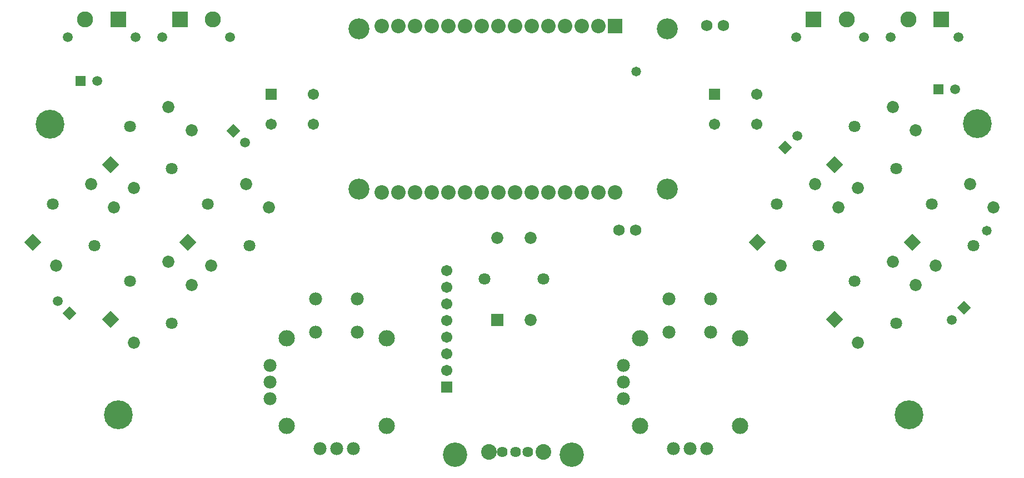
<source format=gts>
G04*
G04 #@! TF.GenerationSoftware,Altium Limited,Altium Designer,23.7.1 (13)*
G04*
G04 Layer_Color=8388736*
%FSLAX44Y44*%
%MOMM*%
G71*
G04*
G04 #@! TF.SameCoordinates,53C910CC-7849-4C62-84ED-885E7FD34011*
G04*
G04*
G04 #@! TF.FilePolarity,Negative*
G04*
G01*
G75*
%ADD14R,2.2032X2.2032*%
%ADD15C,2.2032*%
%ADD16C,3.2032*%
%ADD17C,4.3942*%
%ADD18C,1.9812*%
%ADD19C,1.5032*%
%ADD20C,2.4532*%
%ADD21P,2.6163X4X90.0*%
%ADD22C,1.8500*%
%ADD23C,1.8000*%
%ADD24C,1.6256*%
%ADD25C,1.7112*%
%ADD26C,1.7272*%
%ADD27C,2.3876*%
%ADD28R,1.8500X1.8500*%
%ADD29C,3.7192*%
%ADD30R,1.7112X1.7112*%
%ADD31P,2.1258X4X180.0*%
%ADD32R,1.5032X1.5032*%
%ADD33C,2.4892*%
%ADD34R,2.4532X2.4532*%
%ADD35R,1.7032X1.7032*%
%ADD36C,1.7032*%
%ADD37P,2.1258X4X270.0*%
%ADD38C,1.4732*%
D14*
X1135380Y769620D02*
D03*
D15*
X1109980D02*
D03*
X1084580D02*
D03*
X1059180D02*
D03*
X1033780D02*
D03*
X1008380D02*
D03*
X982980D02*
D03*
X957580D02*
D03*
X932180D02*
D03*
X906780D02*
D03*
X881380D02*
D03*
X855980D02*
D03*
X830580D02*
D03*
X805180D02*
D03*
X779780D02*
D03*
X1135380Y515620D02*
D03*
X1109980D02*
D03*
X1084580D02*
D03*
X1059180D02*
D03*
X1033780D02*
D03*
X1008380D02*
D03*
X982980D02*
D03*
X957580D02*
D03*
X932180D02*
D03*
X906780D02*
D03*
X881380D02*
D03*
X855980D02*
D03*
X830580D02*
D03*
X805180D02*
D03*
X779780D02*
D03*
D16*
X745480Y765420D02*
D03*
Y520320D02*
D03*
X1214980D02*
D03*
Y765420D02*
D03*
D17*
X274320Y619760D02*
D03*
X1687830Y621030D02*
D03*
X378460Y176530D02*
D03*
X1583690D02*
D03*
D18*
X679450Y353060D02*
D03*
X1217930D02*
D03*
X1249680Y124460D02*
D03*
X1148080Y226060D02*
D03*
X609600D02*
D03*
X711200Y124460D02*
D03*
X742950Y353060D02*
D03*
X679450Y302260D02*
D03*
X742950D02*
D03*
X685800Y124460D02*
D03*
X736600D02*
D03*
X609600Y251460D02*
D03*
Y200660D02*
D03*
X1281430Y353060D02*
D03*
X1217930Y302260D02*
D03*
X1281430D02*
D03*
X1224280Y124460D02*
D03*
X1275080D02*
D03*
X1148080Y251460D02*
D03*
Y200660D02*
D03*
D19*
X346710Y685800D02*
D03*
X1653540Y673100D02*
D03*
X286412Y349340D02*
D03*
X572252Y591820D02*
D03*
X1411940Y752280D02*
D03*
X1514940D02*
D03*
X445940D02*
D03*
X548940D02*
D03*
X404960D02*
D03*
X301960D02*
D03*
X1658920D02*
D03*
X1555920D02*
D03*
X1649122Y321220D02*
D03*
X1413082Y602070D02*
D03*
D20*
X1582420Y779780D02*
D03*
X328460D02*
D03*
X522440D02*
D03*
X1488440D02*
D03*
D21*
X484981Y439573D02*
D03*
X366870Y321464D02*
D03*
Y557684D02*
D03*
X1470500Y321464D02*
D03*
Y557684D02*
D03*
X1352390Y439573D02*
D03*
X1588611D02*
D03*
X248761D02*
D03*
D22*
X573369Y527962D02*
D03*
X520336Y404218D02*
D03*
X608724Y492607D02*
D03*
X1006710Y446040D02*
D03*
Y321040D02*
D03*
X956710Y446040D02*
D03*
X402226Y286108D02*
D03*
X455258Y409852D02*
D03*
X490614Y374497D02*
D03*
X490614Y610717D02*
D03*
X402226Y522328D02*
D03*
X455258Y646072D02*
D03*
X1558888Y409852D02*
D03*
X1505856Y286108D02*
D03*
X1594244Y374497D02*
D03*
X1558888Y646072D02*
D03*
X1505856Y522328D02*
D03*
X1594244Y610717D02*
D03*
X1440779Y527962D02*
D03*
X1387746Y404218D02*
D03*
X1476134Y492607D02*
D03*
X1676999Y527962D02*
D03*
X1623966Y404218D02*
D03*
X1712354Y492607D02*
D03*
X372504D02*
D03*
X284116Y404218D02*
D03*
X337149Y527962D02*
D03*
D23*
X515033Y497910D02*
D03*
X578672Y434270D02*
D03*
X1026710Y383540D02*
D03*
X936710D02*
D03*
X460562Y316160D02*
D03*
X396922Y379800D02*
D03*
X460562Y552380D02*
D03*
X396922Y616020D02*
D03*
X1500552Y379800D02*
D03*
X1564192Y316160D02*
D03*
X1500552Y616020D02*
D03*
X1564192Y552380D02*
D03*
X1382443Y497910D02*
D03*
X1446082Y434270D02*
D03*
X1618663Y497910D02*
D03*
X1682302Y434270D02*
D03*
X342452D02*
D03*
X278813Y497910D02*
D03*
D24*
X984250Y119380D02*
D03*
X964250D02*
D03*
X1003250D02*
D03*
D25*
X878840Y294640D02*
D03*
Y396240D02*
D03*
Y370840D02*
D03*
Y345440D02*
D03*
Y320040D02*
D03*
Y269240D02*
D03*
Y243840D02*
D03*
D26*
X1275080Y770890D02*
D03*
X1300480D02*
D03*
X1141730Y458470D02*
D03*
X1167130D02*
D03*
D27*
X943250Y119380D02*
D03*
X1026250D02*
D03*
D28*
X956710Y321040D02*
D03*
D29*
X891540Y115570D02*
D03*
X1069340D02*
D03*
D30*
X878840Y218440D02*
D03*
D31*
X304372Y331380D02*
D03*
X554291Y609780D02*
D03*
D32*
X321310Y685800D02*
D03*
X1628140Y673100D02*
D03*
D33*
X635000Y292735D02*
D03*
Y159385D02*
D03*
X787400D02*
D03*
Y292735D02*
D03*
X1173480D02*
D03*
Y159385D02*
D03*
X1325880D02*
D03*
Y292735D02*
D03*
D34*
X1438440Y779780D02*
D03*
X472440D02*
D03*
X378460D02*
D03*
X1632420D02*
D03*
D35*
X611390Y665120D02*
D03*
X1287030D02*
D03*
D36*
X676390D02*
D03*
Y620120D02*
D03*
X611390D02*
D03*
X1352030Y665120D02*
D03*
Y620120D02*
D03*
X1287030D02*
D03*
D37*
X1667082Y339180D02*
D03*
X1395122Y584110D02*
D03*
D38*
X1701800Y457200D02*
D03*
X1167892Y700278D02*
D03*
M02*

</source>
